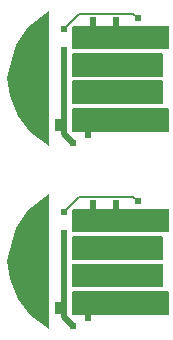
<source format=gbl>
G04 Layer: BottomLayer*
G04 EasyEDA v6.3.53, 2020-06-11T09:01:32+08:00*
G04 0ec445aeefb94f869c071092b8584159,2a3559ba94084103b258dd4c46581d95,10*
G04 Gerber Generator version 0.2*
G04 Scale: 100 percent, Rotated: No, Reflected: No *
G04 Dimensions in inches *
G04 leading zeros omitted , absolute positions ,2 integer and 4 decimal *
%FSLAX24Y24*%
%MOIN*%
G90*
G70D02*

%ADD11C,0.006000*%
%ADD12C,0.020000*%
%ADD14C,0.024000*%
%ADD15C,0.024400*%
%ADD24C,0.080000*%

%LPD*%
G36*
G01X5339Y10457D02*
G01X2223Y10457D01*
G01X2211Y10455D01*
G01X2205Y10452D01*
G01X2200Y10449D01*
G01X2195Y10445D01*
G01X2162Y10412D01*
G01X2158Y10407D01*
G01X2155Y10402D01*
G01X2152Y10396D01*
G01X2150Y10384D01*
G01X2150Y9709D01*
G01X2151Y9703D01*
G01X2152Y9698D01*
G01X2154Y9692D01*
G01X2157Y9688D01*
G01X2160Y9683D01*
G01X2164Y9679D01*
G01X2174Y9673D01*
G01X2179Y9671D01*
G01X2185Y9669D01*
G01X5345Y9669D01*
G01X5355Y9673D01*
G01X5361Y9676D01*
G01X5365Y9679D01*
G01X5369Y9683D01*
G01X5373Y9688D01*
G01X5375Y9692D01*
G01X5377Y9698D01*
G01X5378Y9703D01*
G01X5379Y9709D01*
G01X5379Y10417D01*
G01X5378Y10422D01*
G01X5377Y10428D01*
G01X5373Y10438D01*
G01X5369Y10443D01*
G01X5365Y10447D01*
G01X5361Y10450D01*
G01X5355Y10453D01*
G01X5350Y10455D01*
G01X5345Y10456D01*
G01X5339Y10457D01*
G37*

%LPD*%
G36*
G01X5148Y9531D02*
G01X2185Y9531D01*
G01X2179Y9530D01*
G01X2174Y9528D01*
G01X2169Y9525D01*
G01X2164Y9521D01*
G01X2160Y9517D01*
G01X2157Y9513D01*
G01X2154Y9508D01*
G01X2152Y9503D01*
G01X2150Y9491D01*
G01X2150Y8796D01*
G01X2151Y8790D01*
G01X2152Y8785D01*
G01X2154Y8779D01*
G01X2157Y8774D01*
G01X2160Y8770D01*
G01X2164Y8766D01*
G01X2169Y8762D01*
G01X2179Y8758D01*
G01X2185Y8757D01*
G01X2190Y8756D01*
G01X5142Y8756D01*
G01X5148Y8757D01*
G01X5153Y8758D01*
G01X5159Y8760D01*
G01X5164Y8762D01*
G01X5176Y8774D01*
G01X5178Y8779D01*
G01X5180Y8785D01*
G01X5182Y8790D01*
G01X5182Y9497D01*
G01X5180Y9503D01*
G01X5176Y9513D01*
G01X5164Y9525D01*
G01X5159Y9528D01*
G01X5153Y9530D01*
G01X5148Y9531D01*
G37*

%LPD*%
G36*
G01X5148Y8637D02*
G01X2196Y8637D01*
G01X2191Y8636D01*
G01X2185Y8635D01*
G01X2180Y8633D01*
G01X2170Y8627D01*
G01X2166Y8623D01*
G01X2163Y8619D01*
G01X2160Y8613D01*
G01X2158Y8608D01*
G01X2157Y8603D01*
G01X2156Y8597D01*
G01X2156Y7890D01*
G01X2158Y7878D01*
G01X2160Y7873D01*
G01X2166Y7863D01*
G01X2170Y7859D01*
G01X2180Y7853D01*
G01X2185Y7851D01*
G01X2191Y7850D01*
G01X5153Y7850D01*
G01X5159Y7851D01*
G01X5164Y7853D01*
G01X5174Y7859D01*
G01X5178Y7863D01*
G01X5184Y7873D01*
G01X5186Y7878D01*
G01X5188Y7890D01*
G01X5188Y8597D01*
G01X5187Y8603D01*
G01X5186Y8608D01*
G01X5184Y8613D01*
G01X5181Y8619D01*
G01X5178Y8623D01*
G01X5174Y8627D01*
G01X5164Y8633D01*
G01X5159Y8635D01*
G01X5153Y8636D01*
G01X5148Y8637D01*
G37*

%LPD*%
G36*
G01X5346Y7700D02*
G01X2197Y7700D01*
G01X2192Y7699D01*
G01X2186Y7698D01*
G01X2181Y7696D01*
G01X2171Y7690D01*
G01X2167Y7686D01*
G01X2161Y7676D01*
G01X2159Y7671D01*
G01X2157Y7659D01*
G01X2157Y6952D01*
G01X2158Y6946D01*
G01X2159Y6941D01*
G01X2161Y6936D01*
G01X2164Y6930D01*
G01X2167Y6926D01*
G01X2171Y6922D01*
G01X2181Y6916D01*
G01X2186Y6914D01*
G01X2192Y6913D01*
G01X2197Y6912D01*
G01X5346Y6912D01*
G01X5352Y6913D01*
G01X5357Y6914D01*
G01X5362Y6916D01*
G01X5368Y6919D01*
G01X5372Y6922D01*
G01X5380Y6930D01*
G01X5382Y6936D01*
G01X5384Y6941D01*
G01X5385Y6946D01*
G01X5386Y6952D01*
G01X5386Y7659D01*
G01X5384Y7671D01*
G01X5380Y7681D01*
G01X5376Y7686D01*
G01X5372Y7690D01*
G01X5368Y7693D01*
G01X5362Y7696D01*
G01X5357Y7698D01*
G01X5352Y7699D01*
G01X5346Y7700D01*
G37*

%LPD*%
G36*
G01X5339Y4357D02*
G01X2223Y4357D01*
G01X2211Y4355D01*
G01X2205Y4352D01*
G01X2200Y4349D01*
G01X2195Y4345D01*
G01X2162Y4312D01*
G01X2158Y4307D01*
G01X2155Y4302D01*
G01X2152Y4296D01*
G01X2150Y4284D01*
G01X2150Y3609D01*
G01X2151Y3603D01*
G01X2152Y3598D01*
G01X2154Y3592D01*
G01X2157Y3588D01*
G01X2160Y3583D01*
G01X2164Y3579D01*
G01X2174Y3573D01*
G01X2179Y3571D01*
G01X2185Y3569D01*
G01X5345Y3569D01*
G01X5355Y3573D01*
G01X5361Y3576D01*
G01X5365Y3579D01*
G01X5369Y3583D01*
G01X5373Y3588D01*
G01X5375Y3592D01*
G01X5377Y3598D01*
G01X5378Y3603D01*
G01X5379Y3609D01*
G01X5379Y4317D01*
G01X5378Y4322D01*
G01X5377Y4328D01*
G01X5373Y4338D01*
G01X5369Y4343D01*
G01X5365Y4347D01*
G01X5361Y4350D01*
G01X5355Y4353D01*
G01X5350Y4355D01*
G01X5345Y4356D01*
G01X5339Y4357D01*
G37*

%LPD*%
G36*
G01X5148Y3431D02*
G01X2185Y3431D01*
G01X2179Y3430D01*
G01X2174Y3428D01*
G01X2169Y3425D01*
G01X2164Y3421D01*
G01X2160Y3417D01*
G01X2157Y3413D01*
G01X2154Y3408D01*
G01X2152Y3403D01*
G01X2150Y3391D01*
G01X2150Y2684D01*
G01X2151Y2678D01*
G01X2152Y2673D01*
G01X2154Y2667D01*
G01X2157Y2662D01*
G01X2160Y2658D01*
G01X2164Y2654D01*
G01X2169Y2650D01*
G01X2179Y2646D01*
G01X2185Y2644D01*
G01X5148Y2644D01*
G01X5153Y2646D01*
G01X5159Y2648D01*
G01X5164Y2650D01*
G01X5176Y2662D01*
G01X5178Y2667D01*
G01X5180Y2673D01*
G01X5182Y2678D01*
G01X5182Y3397D01*
G01X5180Y3403D01*
G01X5176Y3413D01*
G01X5164Y3425D01*
G01X5159Y3428D01*
G01X5153Y3430D01*
G01X5148Y3431D01*
G37*

%LPD*%
G36*
G01X5148Y2525D02*
G01X2196Y2525D01*
G01X2191Y2524D01*
G01X2185Y2523D01*
G01X2175Y2519D01*
G01X2170Y2515D01*
G01X2166Y2511D01*
G01X2163Y2507D01*
G01X2160Y2501D01*
G01X2158Y2496D01*
G01X2157Y2490D01*
G01X2156Y2485D01*
G01X2156Y1790D01*
G01X2158Y1778D01*
G01X2160Y1773D01*
G01X2166Y1763D01*
G01X2170Y1759D01*
G01X2180Y1753D01*
G01X2185Y1751D01*
G01X2191Y1750D01*
G01X5153Y1750D01*
G01X5159Y1751D01*
G01X5164Y1753D01*
G01X5174Y1759D01*
G01X5178Y1763D01*
G01X5184Y1773D01*
G01X5186Y1778D01*
G01X5188Y1790D01*
G01X5188Y2485D01*
G01X5187Y2490D01*
G01X5186Y2496D01*
G01X5184Y2501D01*
G01X5181Y2507D01*
G01X5178Y2511D01*
G01X5174Y2515D01*
G01X5169Y2519D01*
G01X5159Y2523D01*
G01X5153Y2524D01*
G01X5148Y2525D01*
G37*

%LPD*%
G36*
G01X5346Y1600D02*
G01X2197Y1600D01*
G01X2192Y1599D01*
G01X2186Y1598D01*
G01X2181Y1596D01*
G01X2171Y1590D01*
G01X2167Y1586D01*
G01X2161Y1576D01*
G01X2159Y1571D01*
G01X2157Y1559D01*
G01X2157Y852D01*
G01X2158Y846D01*
G01X2159Y841D01*
G01X2161Y836D01*
G01X2164Y830D01*
G01X2167Y826D01*
G01X2171Y822D01*
G01X2181Y816D01*
G01X2186Y814D01*
G01X2192Y813D01*
G01X2197Y812D01*
G01X5346Y812D01*
G01X5352Y813D01*
G01X5357Y814D01*
G01X5362Y816D01*
G01X5368Y819D01*
G01X5372Y822D01*
G01X5380Y830D01*
G01X5382Y836D01*
G01X5384Y841D01*
G01X5385Y846D01*
G01X5386Y852D01*
G01X5386Y1559D01*
G01X5384Y1571D01*
G01X5380Y1581D01*
G01X5376Y1586D01*
G01X5372Y1590D01*
G01X5368Y1593D01*
G01X5362Y1596D01*
G01X5357Y1598D01*
G01X5352Y1599D01*
G01X5346Y1600D01*
G37*

%LPD*%
G54D11*
G01X1888Y4250D02*
G01X2388Y4746D01*
G01X4191Y4746D01*
G01X4191Y4746D02*
G01X4338Y4600D01*
G54D12*
G01X1888Y3550D02*
G01X1888Y750D01*
G01X2188Y450D01*
G01X2688Y700D02*
G01X2688Y1100D01*
G01X2855Y4550D02*
G01X2855Y4000D01*
G01X3605Y4550D02*
G01X3605Y4000D01*
G54D11*
G01X1888Y10350D02*
G01X2388Y10846D01*
G01X4191Y10846D01*
G01X4191Y10846D02*
G01X4338Y10700D01*
G54D12*
G01X1888Y9650D02*
G01X1888Y6850D01*
G01X2188Y6550D01*
G01X2688Y6800D02*
G01X2688Y7200D01*
G01X2855Y10650D02*
G01X2855Y10100D01*
G01X3605Y10650D02*
G01X3605Y10100D01*
G36*
G01X1588Y7350D02*
G01X1988Y7350D01*
G01X1988Y6950D01*
G01X1588Y6950D01*
G01X1588Y7350D01*
G37*
G36*
G01X1588Y1250D02*
G01X1988Y1250D01*
G01X1988Y850D01*
G01X1588Y850D01*
G01X1588Y1250D01*
G37*

%LPD*%
G36*
G01X1388Y6450D02*
G01X1388Y10950D01*
G01X688Y10400D01*
G01X288Y9800D01*
G01X138Y9350D01*
G01X-11Y8700D01*
G01X88Y8100D01*
G01X338Y7450D01*
G01X738Y6900D01*
G01X1388Y6450D01*
G37*

%LPD*%
G36*
G01X1388Y350D02*
G01X1388Y4850D01*
G01X688Y4300D01*
G01X288Y3700D01*
G01X138Y3250D01*
G01X-11Y2600D01*
G01X88Y2000D01*
G01X338Y1350D01*
G01X738Y800D01*
G01X1388Y350D01*
G37*
G54D14*
G01X3605Y10650D03*
G01X1888Y9650D03*
G01X2188Y6550D03*
G01X4588Y9800D03*
G01X1888Y10350D03*
G01X4338Y10700D03*
G01X2855Y10650D03*
G54D15*
G01X2688Y6800D03*
G01X5038Y8450D03*
G01X5038Y8900D03*
G01X5038Y2800D03*
G01X5038Y2350D03*
G01X2688Y700D03*
G54D14*
G01X2855Y4550D03*
G01X4338Y4600D03*
G01X1888Y4250D03*
G01X4588Y3700D03*
G01X2188Y450D03*
G01X1888Y3550D03*
G01X3605Y4550D03*
G54D24*
G01X788Y9300D02*
G01X788Y8100D01*
G01X788Y3200D02*
G01X788Y2000D01*
M00*
M02*

</source>
